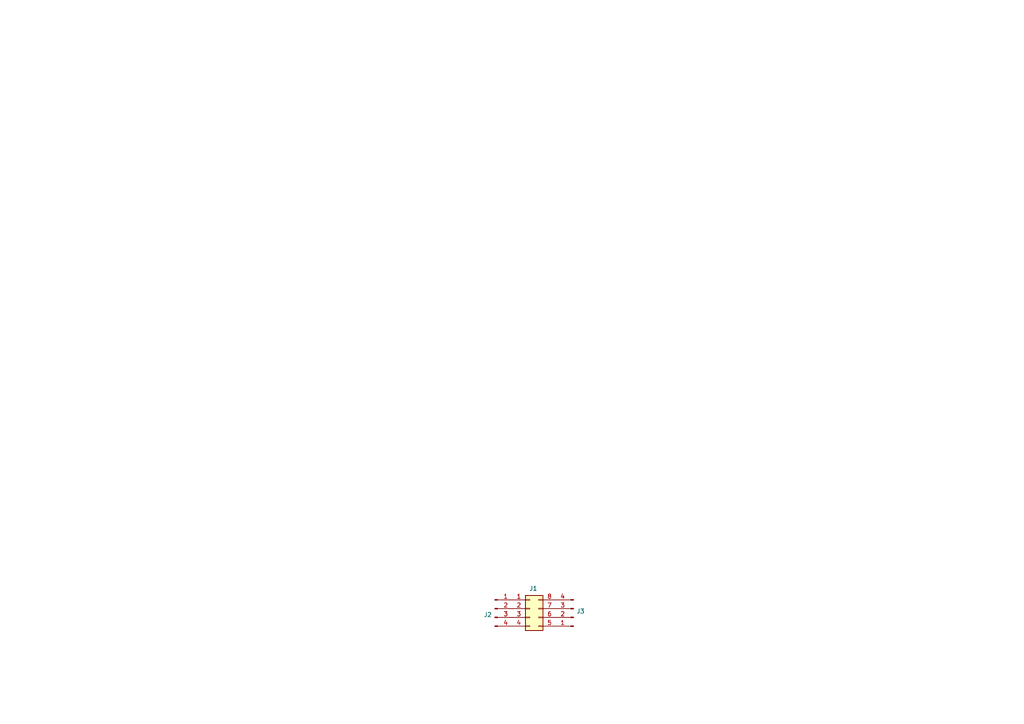
<source format=kicad_sch>
(kicad_sch (version 20250114) (generator "eeschema") (generator_version "9.0")
  (paper "A4")
  (lib_symbols
    (symbol "Connector:Conn_01x04_Pin" (pin_names (offset 1.016) (hide yes))
      (property "Reference" "J" (at 0 5.08 0))
      (property "Value" "Conn_01x04_Pin" (at 0 -7.62 0))
      (symbol "Conn_01x04_Pin_1_1"
        (rectangle (start 0.8636 2.667) (end 0 2.413) (stroke (width 0.1524)) (fill (type outline)))
        (rectangle (start 0.8636 0.127) (end 0 -0.127) (stroke (width 0.1524)) (fill (type outline)))
        (rectangle (start 0.8636 -2.413) (end 0 -2.667) (stroke (width 0.1524)) (fill (type outline)))
        (rectangle (start 0.8636 -4.953) (end 0 -5.207) (stroke (width 0.1524)) (fill (type outline)))
        (polyline (pts (xy 1.27 2.54) (xy 0.8636 2.54)) (stroke (width 0.1524)))
        (polyline (pts (xy 1.27 0) (xy 0.8636 0)) (stroke (width 0.1524)))
        (polyline (pts (xy 1.27 -2.54) (xy 0.8636 -2.54)) (stroke (width 0.1524)))
        (polyline (pts (xy 1.27 -5.08) (xy 0.8636 -5.08)) (stroke (width 0.1524)))
        (pin passive line (at 5.08 2.54 180) (length 3.81) (name "Pin_1") (number "1"))
        (pin passive line (at 5.08 0 180) (length 3.81) (name "Pin_2") (number "2"))
        (pin passive line (at 5.08 -2.54 180) (length 3.81) (name "Pin_3") (number "3"))
        (pin passive line (at 5.08 -5.08 180) (length 3.81) (name "Pin_4") (number "4"))
      )
    )
    (symbol "Connector_Generic:Conn_02x04_Counter_Clockwise" (pin_names (offset 1.016) (hide yes))
      (property "Reference" "J" (at 1.27 5.08 0))
      (property "Value" "Conn_02x04_Counter_Clockwise" (at 1.27 -7.62 0))
      (symbol "Conn_02x04_Counter_Clockwise_1_1"
        (rectangle (start -1.27 3.81) (end 3.81 -6.35) (stroke (width 0.254)) (fill (type background)))
        (rectangle (start -1.27 2.667) (end 0 2.413) (stroke (width 0.1524)))
        (rectangle (start -1.27 0.127) (end 0 -0.127) (stroke (width 0.1524)))
        (rectangle (start -1.27 -2.413) (end 0 -2.667) (stroke (width 0.1524)))
        (rectangle (start -1.27 -4.953) (end 0 -5.207) (stroke (width 0.1524)))
        (rectangle (start 3.81 2.667) (end 2.54 2.413) (stroke (width 0.1524)))
        (rectangle (start 3.81 0.127) (end 2.54 -0.127) (stroke (width 0.1524)))
        (rectangle (start 3.81 -2.413) (end 2.54 -2.667) (stroke (width 0.1524)))
        (rectangle (start 3.81 -4.953) (end 2.54 -5.207) (stroke (width 0.1524)))
        (pin passive line (at -5.08 2.54 0) (length 3.81) (name "Pin_1") (number "1"))
        (pin passive line (at -5.08 0 0) (length 3.81) (name "Pin_2") (number "2"))
        (pin passive line (at -5.08 -2.54 0) (length 3.81) (name "Pin_3") (number "3"))
        (pin passive line (at -5.08 -5.08 0) (length 3.81) (name "Pin_4") (number "4"))
        (pin passive line (at 7.62 2.54 180) (length 3.81) (name "Pin_8") (number "8"))
        (pin passive line (at 7.62 0 180) (length 3.81) (name "Pin_7") (number "7"))
        (pin passive line (at 7.62 -2.54 180) (length 3.81) (name "Pin_6") (number "6"))
        (pin passive line (at 7.62 -5.08 180) (length 3.81) (name "Pin_5") (number "5"))
      )
    )
  )
  (symbol (lib_id "Connector:Conn_01x04_Pin") (at 143.51 176.53 0) (unit 1)
    (property "Reference" "J2" (at 141.478 178.308 0))
    (property "Value" "Conn_01x04_Pin" (effects (hide yes)))
    (property "Footprint" "Connector_PinHeader_2.54mm:PinHeader_1x04_P2.54mm_Vertical" (effects (hide yes)))
    (property "Description" "Generic connector, single row, 01x04, script generated" (effects (hide yes)))
  )
  (symbol (lib_id "Connector:Conn_01x04_Pin") (at 166.37 179.07 180) (unit 1)
    (property "Reference" "J3" (at 168.402 177.292 0))
    (property "Value" "Conn_01x04_Pin" (effects (hide yes)))
    (property "Footprint" "Connector_PinHeader_2.54mm:PinHeader_1x04_P2.54mm_Vertical" (effects (hide yes)))
    (property "Description" "Generic connector, single row, 01x04, script generated" (effects (hide yes)))
  )
  (symbol (lib_id "Connector_Generic:Conn_02x04_Counter_Clockwise") (at 153.67 176.53 0) (unit 1)
    (property "Reference" "J1" (at 154.686 170.688 0))
    (property "Value" "Conn_02x04_Counter_Clockwise" (effects (hide yes)))
    (property "Footprint" "Package_SO:SOIC-8_3.9x4.9mm_P1.27mm" (effects (hide yes)))
    (property "Description" "Generic connector, double row, 02x04, counter clockwise pin numbering scheme (similar to DIP package numbering), script generated (kicad-library-utils/schlib/autogen/connector/)" (effects (hide yes)))
  )
)
</source>
